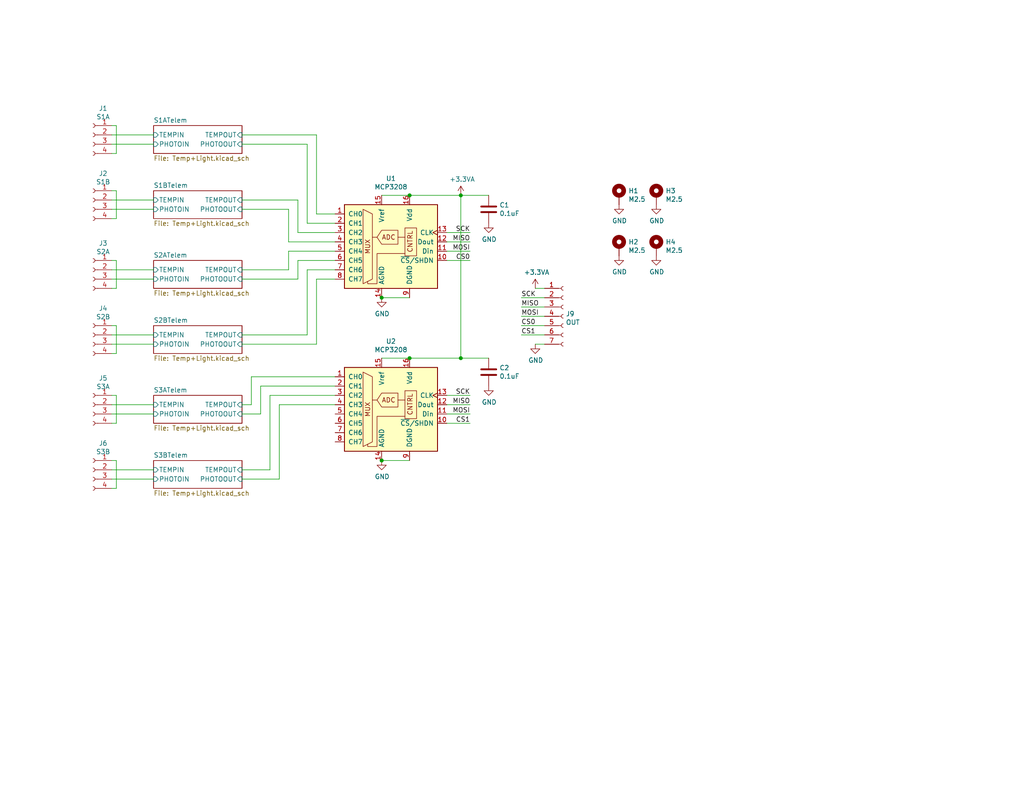
<source format=kicad_sch>
(kicad_sch (version 20211123) (generator eeschema)
  (paper "USLetter")
  (title_block (title "TJ Custom EPS") (rev "0.1") (company "TJHSST Nanosatellite Club") (comment 1 "Reads solar panel telemetry") (comment 2 "Designed for Temperature + Light Sensor") (comment 3 "Exists on a separate board, swappable to be compatible with other panels") (comment 4 "Engineer: Alan Hsu"))
  (lib_symbols
    (symbol "Analog_ADC:MCP3208" (pin_names (offset 1.016))
      (property "Reference" "U" (at -5.08 13.335 0))
      (property "Value" "MCP3208" (at -5.08 11.43 0))
      (symbol "MCP3208_0_0"
        (text "ADC" (at -0.635 1.27 0) (effects (font (size 1.27 1.27))))
        (text "CNTRL" (at 5.969 -2.921 900) (effects (font (size 1.27 1.27)) (justify left bottom)))
        (text "MUX" (at -6.35 -1.27 900) (effects (font (size 1.27 1.27))))
      )
      (symbol "MCP3208_0_1"
        (polyline (pts (xy -3.81 1.27) (xy -5.08 1.27)))
        (polyline (pts (xy 1.905 1.27) (xy 3.81 1.27)))
        (polyline (pts (xy -7.62 8.89) (xy -7.62 -11.43) (xy -5.08 -10.16) (xy -5.08 7.62) (xy -7.62 8.89)))
        (polyline (pts (xy 3.81 -3.175) (xy -3.81 -3.175) (xy -3.81 -11.43) (xy -6.35 -11.43) (xy -6.35 -10.795)))
        (polyline (pts (xy 1.905 3.175) (xy 1.905 -0.635) (xy -2.54 -0.635) (xy -3.81 1.27) (xy -2.54 3.175) (xy 1.905 3.175)))
        (rectangle (start 3.81 -3.81) (end 6.985 3.81))
        (rectangle (start 12.7 -12.7) (end -12.7 10.16) (stroke (width 0.254)) (fill (type background)))
      )
      (symbol "MCP3208_1_1"
        (pin input line (at -15.24 7.62 0) (length 2.54) (name "CH0") (number "1"))
        (pin input line (at 15.24 -5.08 180) (length 2.54) (name "~{CS}/SHDN") (number "10"))
        (pin input line (at 15.24 -2.54 180) (length 2.54) (name "Din") (number "11"))
        (pin output line (at 15.24 0 180) (length 2.54) (name "Dout") (number "12"))
        (pin input clock (at 15.24 2.54 180) (length 2.54) (name "CLK") (number "13"))
        (pin power_in line (at -2.54 -15.24 90) (length 2.54) (name "AGND") (number "14"))
        (pin power_in line (at -2.54 12.7 270) (length 2.54) (name "Vref") (number "15"))
        (pin power_in line (at 5.08 12.7 270) (length 2.54) (name "Vdd") (number "16"))
        (pin input line (at -15.24 5.08 0) (length 2.54) (name "CH1") (number "2"))
        (pin input line (at -15.24 2.54 0) (length 2.54) (name "CH2") (number "3"))
        (pin input line (at -15.24 0 0) (length 2.54) (name "CH3") (number "4"))
        (pin input line (at -15.24 -2.54 0) (length 2.54) (name "CH4") (number "5"))
        (pin input line (at -15.24 -5.08 0) (length 2.54) (name "CH5") (number "6"))
        (pin input line (at -15.24 -7.62 0) (length 2.54) (name "CH6") (number "7"))
        (pin input line (at -15.24 -10.16 0) (length 2.54) (name "CH7") (number "8"))
        (pin power_in line (at 5.08 -15.24 90) (length 2.54) (name "DGND") (number "9"))
      )
    )
    (symbol "Connector:Conn_01x04_Female" (pin_names (offset 1.016) hide)
      (property "Reference" "J" (at 0 5.08 0))
      (property "Value" "Conn_01x04_Female" (at 0 -7.62 0))
      (symbol "Conn_01x04_Female_1_1"
        (arc (start 0 -4.572) (mid -0.508 -5.08) (end 0 -5.588) (stroke (width 0.1524)))
        (arc (start 0 -2.032) (mid -0.508 -2.54) (end 0 -3.048) (stroke (width 0.1524)))
        (polyline (pts (xy -1.27 -5.08) (xy -0.508 -5.08)) (stroke (width 0.1524)))
        (polyline (pts (xy -1.27 -2.54) (xy -0.508 -2.54)) (stroke (width 0.1524)))
        (polyline (pts (xy -1.27 0) (xy -0.508 0)) (stroke (width 0.1524)))
        (polyline (pts (xy -1.27 2.54) (xy -0.508 2.54)) (stroke (width 0.1524)))
        (arc (start 0 0.508) (mid -0.508 0) (end 0 -0.508) (stroke (width 0.1524)))
        (arc (start 0 3.048) (mid -0.508 2.54) (end 0 2.032) (stroke (width 0.1524)))
        (pin passive line (at -5.08 2.54 0) (length 3.81) (name "Pin_1") (number "1"))
        (pin passive line (at -5.08 0 0) (length 3.81) (name "Pin_2") (number "2"))
        (pin passive line (at -5.08 -2.54 0) (length 3.81) (name "Pin_3") (number "3"))
        (pin passive line (at -5.08 -5.08 0) (length 3.81) (name "Pin_4") (number "4"))
      )
    )
    (symbol "Connector:Conn_01x07_Female" (pin_names (offset 1.016) hide)
      (property "Reference" "J" (at 0 10.16 0))
      (property "Value" "Conn_01x07_Female" (at 0 -10.16 0))
      (symbol "Conn_01x07_Female_1_1"
        (arc (start 0 -7.112) (mid -0.508 -7.62) (end 0 -8.128) (stroke (width 0.1524)))
        (arc (start 0 -4.572) (mid -0.508 -5.08) (end 0 -5.588) (stroke (width 0.1524)))
        (arc (start 0 -2.032) (mid -0.508 -2.54) (end 0 -3.048) (stroke (width 0.1524)))
        (polyline (pts (xy -1.27 -7.62) (xy -0.508 -7.62)) (stroke (width 0.1524)))
        (polyline (pts (xy -1.27 -5.08) (xy -0.508 -5.08)) (stroke (width 0.1524)))
        (polyline (pts (xy -1.27 -2.54) (xy -0.508 -2.54)) (stroke (width 0.1524)))
        (polyline (pts (xy -1.27 0) (xy -0.508 0)) (stroke (width 0.1524)))
        (polyline (pts (xy -1.27 2.54) (xy -0.508 2.54)) (stroke (width 0.1524)))
        (polyline (pts (xy -1.27 5.08) (xy -0.508 5.08)) (stroke (width 0.1524)))
        (polyline (pts (xy -1.27 7.62) (xy -0.508 7.62)) (stroke (width 0.1524)))
        (arc (start 0 0.508) (mid -0.508 0) (end 0 -0.508) (stroke (width 0.1524)))
        (arc (start 0 3.048) (mid -0.508 2.54) (end 0 2.032) (stroke (width 0.1524)))
        (arc (start 0 5.588) (mid -0.508 5.08) (end 0 4.572) (stroke (width 0.1524)))
        (arc (start 0 8.128) (mid -0.508 7.62) (end 0 7.112) (stroke (width 0.1524)))
        (pin passive line (at -5.08 7.62 0) (length 3.81) (name "Pin_1") (number "1"))
        (pin passive line (at -5.08 5.08 0) (length 3.81) (name "Pin_2") (number "2"))
        (pin passive line (at -5.08 2.54 0) (length 3.81) (name "Pin_3") (number "3"))
        (pin passive line (at -5.08 0 0) (length 3.81) (name "Pin_4") (number "4"))
        (pin passive line (at -5.08 -2.54 0) (length 3.81) (name "Pin_5") (number "5"))
        (pin passive line (at -5.08 -5.08 0) (length 3.81) (name "Pin_6") (number "6"))
        (pin passive line (at -5.08 -7.62 0) (length 3.81) (name "Pin_7") (number "7"))
      )
    )
    (symbol "Device:C" (pin_numbers hide) (pin_names (offset 0.254))
      (property "Reference" "C" (at 0.635 2.54 0))
      (property "Value" "C" (at 0.635 -2.54 0))
      (symbol "C_0_1"
        (polyline (pts (xy -2.032 -0.762) (xy 2.032 -0.762)) (stroke (width 0.508)))
        (polyline (pts (xy -2.032 0.762) (xy 2.032 0.762)) (stroke (width 0.508)))
      )
      (symbol "C_1_1"
        (pin passive line (at 0 3.81 270) (length 2.794) (name "~") (number "1"))
        (pin passive line (at 0 -3.81 90) (length 2.794) (name "~") (number "2"))
      )
    )
    (symbol "Mechanical:MountingHole_Pad" (pin_numbers hide) (pin_names (offset 1.016) hide)
      (property "Reference" "H" (at 0 6.35 0))
      (property "Value" "MountingHole_Pad" (at 0 4.445 0))
      (symbol "MountingHole_Pad_0_1"
        (circle (center 0 1.27) (radius 1.27) (stroke (width 1.27)))
      )
      (symbol "MountingHole_Pad_1_1"
        (pin input line (at 0 -2.54 90) (length 2.54) (name "1") (number "1"))
      )
    )
    (symbol "power:+3.3VA" (power) (pin_names (offset 0))
      (property "Value" "+3.3VA" (at 0 3.556 0))
      (symbol "+3.3VA_0_1"
        (polyline (pts (xy -0.762 1.27) (xy 0 2.54)))
        (polyline (pts (xy 0 0) (xy 0 2.54)))
        (polyline (pts (xy 0 2.54) (xy 0.762 1.27)))
      )
      (symbol "+3.3VA_1_1"
        (pin power_in line (at 0 0 90) (length 0) hide (name "+3.3VA") (number "1"))
      )
    )
    (symbol "power:GND" (power) (pin_names (offset 0))
      (property "Value" "GND" (at 0 -3.81 0))
      (symbol "GND_0_1"
        (polyline (pts (xy 0 0) (xy 0 -1.27) (xy 1.27 -1.27) (xy 0 -2.54) (xy -1.27 -1.27) (xy 0 -1.27)))
      )
      (symbol "GND_1_1"
        (pin power_in line (at 0 0 270) (length 0) hide (name "GND") (number "1"))
      )
    )
  )
  (junction (at 125.73 53.34))
  (junction (at 111.76 97.79))
  (junction (at 104.14 81.28))
  (junction (at 111.76 53.34))
  (junction (at 125.73 97.79))
  (junction (at 104.14 125.73))
  (wire (pts (xy 41.91 54.61) (xy 30.48 54.61)))
  (wire (pts (xy 66.04 128.27) (xy 73.66 128.27)))
  (wire (pts (xy 73.66 128.27) (xy 73.66 107.95)))
  (wire (pts (xy 66.04 93.98) (xy 86.36 93.98)))
  (wire (pts (xy 91.44 63.5) (xy 81.28 63.5)))
  (wire (pts (xy 125.73 97.79) (xy 133.35 97.79)))
  (wire (pts (xy 71.12 113.03) (xy 71.12 105.41)))
  (wire (pts (xy 125.73 97.79) (xy 111.76 97.79)))
  (wire (pts (xy 30.48 107.95) (xy 31.75 107.95)))
  (wire (pts (xy 31.75 41.91) (xy 30.48 41.91)))
  (wire (pts (xy 31.75 78.74) (xy 30.48 78.74)))
  (wire (pts (xy 68.58 110.49) (xy 68.58 102.87)))
  (wire (pts (xy 121.92 110.49) (xy 128.27 110.49)))
  (wire (pts (xy 31.75 71.12) (xy 31.75 78.74)))
  (wire (pts (xy 30.48 73.66) (xy 41.91 73.66)))
  (wire (pts (xy 121.92 63.5) (xy 128.27 63.5)))
  (wire (pts (xy 66.04 76.2) (xy 81.28 76.2)))
  (wire (pts (xy 31.75 59.69) (xy 30.48 59.69)))
  (wire (pts (xy 66.04 130.81) (xy 76.2 130.81)))
  (wire (pts (xy 68.58 102.87) (xy 91.44 102.87)))
  (wire (pts (xy 104.14 125.73) (xy 111.76 125.73)))
  (wire (pts (xy 86.36 76.2) (xy 91.44 76.2)))
  (wire (pts (xy 30.48 130.81) (xy 41.91 130.81)))
  (wire (pts (xy 81.28 54.61) (xy 66.04 54.61)))
  (wire (pts (xy 125.73 53.34) (xy 125.73 97.79)))
  (wire (pts (xy 30.48 88.9) (xy 31.75 88.9)))
  (wire (pts (xy 125.73 53.34) (xy 133.35 53.34)))
  (wire (pts (xy 31.75 107.95) (xy 31.75 115.57)))
  (wire (pts (xy 31.75 88.9) (xy 31.75 96.52)))
  (wire (pts (xy 31.75 125.73) (xy 31.75 133.35)))
  (wire (pts (xy 31.75 34.29) (xy 31.75 41.91)))
  (wire (pts (xy 148.59 93.98) (xy 146.05 93.98)))
  (wire (pts (xy 121.92 71.12) (xy 128.27 71.12)))
  (wire (pts (xy 30.48 113.03) (xy 41.91 113.03)))
  (wire (pts (xy 31.75 52.07) (xy 31.75 59.69)))
  (wire (pts (xy 30.48 39.37) (xy 41.91 39.37)))
  (wire (pts (xy 41.91 128.27) (xy 30.48 128.27)))
  (wire (pts (xy 83.82 39.37) (xy 83.82 60.96)))
  (wire (pts (xy 30.48 52.07) (xy 31.75 52.07)))
  (wire (pts (xy 148.59 83.82) (xy 142.24 83.82)))
  (wire (pts (xy 121.92 113.03) (xy 128.27 113.03)))
  (wire (pts (xy 111.76 53.34) (xy 104.14 53.34)))
  (wire (pts (xy 78.74 66.04) (xy 91.44 66.04)))
  (wire (pts (xy 78.74 73.66) (xy 66.04 73.66)))
  (wire (pts (xy 104.14 81.28) (xy 111.76 81.28)))
  (wire (pts (xy 31.75 133.35) (xy 30.48 133.35)))
  (wire (pts (xy 66.04 39.37) (xy 83.82 39.37)))
  (wire (pts (xy 121.92 115.57) (xy 128.27 115.57)))
  (wire (pts (xy 81.28 71.12) (xy 91.44 71.12)))
  (wire (pts (xy 83.82 91.44) (xy 66.04 91.44)))
  (wire (pts (xy 66.04 57.15) (xy 78.74 57.15)))
  (wire (pts (xy 121.92 66.04) (xy 128.27 66.04)))
  (wire (pts (xy 81.28 76.2) (xy 81.28 71.12)))
  (wire (pts (xy 31.75 115.57) (xy 30.48 115.57)))
  (wire (pts (xy 30.48 34.29) (xy 31.75 34.29)))
  (wire (pts (xy 30.48 110.49) (xy 41.91 110.49)))
  (wire (pts (xy 66.04 110.49) (xy 68.58 110.49)))
  (wire (pts (xy 83.82 73.66) (xy 83.82 91.44)))
  (wire (pts (xy 71.12 105.41) (xy 91.44 105.41)))
  (wire (pts (xy 148.59 86.36) (xy 142.24 86.36)))
  (wire (pts (xy 30.48 71.12) (xy 31.75 71.12)))
  (wire (pts (xy 91.44 58.42) (xy 86.36 58.42)))
  (wire (pts (xy 66.04 113.03) (xy 71.12 113.03)))
  (wire (pts (xy 91.44 73.66) (xy 83.82 73.66)))
  (wire (pts (xy 31.75 96.52) (xy 30.48 96.52)))
  (wire (pts (xy 146.05 78.74) (xy 148.59 78.74)))
  (wire (pts (xy 86.36 93.98) (xy 86.36 76.2)))
  (wire (pts (xy 148.59 88.9) (xy 142.24 88.9)))
  (wire (pts (xy 86.36 36.83) (xy 66.04 36.83)))
  (wire (pts (xy 30.48 57.15) (xy 41.91 57.15)))
  (wire (pts (xy 83.82 60.96) (xy 91.44 60.96)))
  (wire (pts (xy 30.48 36.83) (xy 41.91 36.83)))
  (wire (pts (xy 73.66 107.95) (xy 91.44 107.95)))
  (wire (pts (xy 125.73 53.34) (xy 111.76 53.34)))
  (wire (pts (xy 121.92 68.58) (xy 128.27 68.58)))
  (wire (pts (xy 148.59 81.28) (xy 142.24 81.28)))
  (wire (pts (xy 76.2 130.81) (xy 76.2 110.49)))
  (wire (pts (xy 30.48 125.73) (xy 31.75 125.73)))
  (wire (pts (xy 41.91 91.44) (xy 30.48 91.44)))
  (wire (pts (xy 76.2 110.49) (xy 91.44 110.49)))
  (wire (pts (xy 81.28 63.5) (xy 81.28 54.61)))
  (wire (pts (xy 148.59 91.44) (xy 142.24 91.44)))
  (wire (pts (xy 30.48 76.2) (xy 41.91 76.2)))
  (wire (pts (xy 78.74 68.58) (xy 78.74 73.66)))
  (wire (pts (xy 121.92 107.95) (xy 128.27 107.95)))
  (wire (pts (xy 30.48 93.98) (xy 41.91 93.98)))
  (wire (pts (xy 78.74 57.15) (xy 78.74 66.04)))
  (wire (pts (xy 86.36 58.42) (xy 86.36 36.83)))
  (wire (pts (xy 111.76 97.79) (xy 104.14 97.79)))
  (wire (pts (xy 91.44 68.58) (xy 78.74 68.58)))
  (label "MOSI" (at 142.24 86.36 0))
  (label "CS0" (at 128.27 71.12 180))
  (label "SCK" (at 142.24 81.28 0))
  (label "SCK" (at 128.27 107.95 180))
  (label "MOSI" (at 128.27 68.58 180))
  (label "MISO" (at 128.27 110.49 180))
  (label "MOSI" (at 128.27 113.03 180))
  (label "MISO" (at 128.27 66.04 180))
  (label "CS1" (at 128.27 115.57 180))
  (label "MISO" (at 142.24 83.82 0))
  (label "CS0" (at 142.24 88.9 0))
  (label "SCK" (at 128.27 63.5 180))
  (label "CS1" (at 142.24 91.44 0))
  (symbol (lib_id "Mechanical:MountingHole_Pad") (at 168.91 53.34 0) (unit 1)
    (property "Reference" "H1" (at 171.45 52.0954 0) (effects (justify left)))
    (property "Value" "M2.5" (at 171.45 54.4068 0) (effects (justify left)))
    (property "Footprint" "MountingHole:MountingHole_2.7mm_M2.5_DIN965_Pad" (effects hide))
  )
  (symbol (lib_id "power:GND") (at 168.91 55.88 0) (unit 1)
    (property "Reference" "#PWR08" (effects hide))
    (property "Value" "GND" (at 169.037 60.2742 0))
  )
  (symbol (lib_id "Mechanical:MountingHole_Pad") (at 179.07 53.34 0) (unit 1)
    (property "Reference" "H3" (at 181.61 52.0954 0) (effects (justify left)))
    (property "Value" "M2.5" (at 181.61 54.4068 0) (effects (justify left)))
    (property "Footprint" "MountingHole:MountingHole_2.7mm_M2.5_DIN965_Pad" (effects hide))
  )
  (symbol (lib_id "power:GND") (at 179.07 55.88 0) (unit 1)
    (property "Reference" "#PWR010" (effects hide))
    (property "Value" "GND" (at 179.197 60.2742 0))
  )
  (symbol (lib_id "Mechanical:MountingHole_Pad") (at 168.91 67.31 0) (unit 1)
    (property "Reference" "H2" (at 171.45 66.0654 0) (effects (justify left)))
    (property "Value" "M2.5" (at 171.45 68.3768 0) (effects (justify left)))
    (property "Footprint" "MountingHole:MountingHole_2.7mm_M2.5_DIN965_Pad" (effects hide))
  )
  (symbol (lib_id "power:GND") (at 168.91 69.85 0) (unit 1)
    (property "Reference" "#PWR09" (effects hide))
    (property "Value" "GND" (at 169.037 74.2442 0))
  )
  (symbol (lib_id "Mechanical:MountingHole_Pad") (at 179.07 67.31 0) (unit 1)
    (property "Reference" "H4" (at 181.61 66.0654 0) (effects (justify left)))
    (property "Value" "M2.5" (at 181.61 68.3768 0) (effects (justify left)))
    (property "Footprint" "MountingHole:MountingHole_2.7mm_M2.5_DIN965_Pad" (effects hide))
  )
  (symbol (lib_id "power:GND") (at 179.07 69.85 0) (unit 1)
    (property "Reference" "#PWR011" (effects hide))
    (property "Value" "GND" (at 179.197 74.2442 0))
  )
  (symbol (lib_id "Analog_ADC:MCP3208") (at 106.68 66.04 0) (unit 1)
    (property "Reference" "U1" (at 106.68 48.7426 0))
    (property "Value" "MCP3208" (at 106.68 51.054 0))
    (property "Footprint" "Package_SO:SO-16_3.9x9.9mm_P1.27mm" (effects hide))
    (property "Datasheet" "http://ww1.microchip.com/downloads/en/DeviceDoc/21298c.pdf" (effects hide))
  )
  (symbol (lib_id "Analog_ADC:MCP3208") (at 106.68 110.49 0) (unit 1)
    (property "Reference" "U2" (at 106.68 93.1926 0))
    (property "Value" "MCP3208" (at 106.68 95.504 0))
    (property "Footprint" "Package_SO:SO-16_3.9x9.9mm_P1.27mm" (effects hide))
    (property "Datasheet" "http://ww1.microchip.com/downloads/en/DeviceDoc/21298c.pdf" (effects hide))
  )
  (symbol (lib_id "power:+3.3VA") (at 125.73 53.34 0) (unit 1)
    (property "Reference" "#PWR03" (effects hide))
    (property "Value" "+3.3VA" (at 126.111 48.9458 0))
  )
  (symbol (lib_id "Device:C") (at 133.35 57.15 0) (unit 1)
    (property "Reference" "C1" (at 136.271 55.9816 0) (effects (justify left)))
    (property "Value" "0.1uF" (at 136.271 58.293 0) (effects (justify left)))
    (property "Footprint" "Capacitor_SMD:C_0805_2012Metric" (effects hide))
  )
  (symbol (lib_id "Device:C") (at 133.35 101.6 0) (unit 1)
    (property "Reference" "C2" (at 136.271 100.4316 0) (effects (justify left)))
    (property "Value" "0.1uF" (at 136.271 102.743 0) (effects (justify left)))
    (property "Footprint" "Capacitor_SMD:C_0805_2012Metric" (effects hide))
  )
  (symbol (lib_id "power:GND") (at 133.35 105.41 0) (unit 1)
    (property "Reference" "#PWR05" (effects hide))
    (property "Value" "GND" (at 133.477 109.8042 0))
  )
  (symbol (lib_id "power:GND") (at 133.35 60.96 0) (unit 1)
    (property "Reference" "#PWR04" (effects hide))
    (property "Value" "GND" (at 133.477 65.3542 0))
  )
  (symbol (lib_id "power:GND") (at 104.14 125.73 0) (unit 1)
    (property "Reference" "#PWR02" (effects hide))
    (property "Value" "GND" (at 104.267 130.1242 0))
  )
  (symbol (lib_id "power:GND") (at 104.14 81.28 0) (unit 1)
    (property "Reference" "#PWR01" (effects hide))
    (property "Value" "GND" (at 104.267 85.6742 0))
  )
  (symbol (lib_id "Connector:Conn_01x07_Female") (at 153.67 86.36 0) (unit 1)
    (property "Reference" "J9" (at 154.3812 85.6996 0) (effects (justify left)))
    (property "Value" "OUT" (at 154.3812 88.011 0) (effects (justify left)))
    (property "Footprint" "Connector_PinSocket_1.27mm:PinSocket_1x07_P1.27mm_Vertical" (effects hide))
  )
  (symbol (lib_id "power:+3.3VA") (at 146.05 78.74 0) (unit 1)
    (property "Reference" "#PWR06" (effects hide))
    (property "Value" "+3.3VA" (at 146.431 74.3458 0))
  )
  (symbol (lib_id "power:GND") (at 146.05 93.98 0) (unit 1)
    (property "Reference" "#PWR07" (effects hide))
    (property "Value" "GND" (at 146.177 98.3742 0))
  )
  (symbol (lib_id "Connector:Conn_01x04_Female") (at 25.4 36.83 0) (mirror y) (unit 1)
    (property "Reference" "J1" (at 28.1432 29.591 0))
    (property "Value" "S1A" (at 28.1432 31.9024 0))
    (property "Footprint" "Connector_Hirose:Hirose_DF13-04P-1.25DSA_1x04_P1.25mm_Vertical" (effects hide))
  )
  (symbol (lib_id "Connector:Conn_01x04_Female") (at 25.4 54.61 0) (mirror y) (unit 1)
    (property "Reference" "J2" (at 28.1432 47.371 0))
    (property "Value" "S1B" (at 28.1432 49.6824 0))
    (property "Footprint" "Connector_Hirose:Hirose_DF13-04P-1.25DSA_1x04_P1.25mm_Vertical" (effects hide))
  )
  (symbol (lib_id "Connector:Conn_01x04_Female") (at 25.4 73.66 0) (mirror y) (unit 1)
    (property "Reference" "J3" (at 28.1432 66.421 0))
    (property "Value" "S2A" (at 28.1432 68.7324 0))
    (property "Footprint" "Connector_Hirose:Hirose_DF13-04P-1.25DSA_1x04_P1.25mm_Vertical" (effects hide))
  )
  (symbol (lib_id "Connector:Conn_01x04_Female") (at 25.4 91.44 0) (mirror y) (unit 1)
    (property "Reference" "J4" (at 28.1432 84.201 0))
    (property "Value" "S2B" (at 28.1432 86.5124 0))
    (property "Footprint" "Connector_Hirose:Hirose_DF13-04P-1.25DSA_1x04_P1.25mm_Vertical" (effects hide))
  )
  (symbol (lib_id "Connector:Conn_01x04_Female") (at 25.4 110.49 0) (mirror y) (unit 1)
    (property "Reference" "J5" (at 28.1432 103.251 0))
    (property "Value" "S3A" (at 28.1432 105.5624 0))
    (property "Footprint" "Connector_Hirose:Hirose_DF13-04P-1.25DSA_1x04_P1.25mm_Vertical" (effects hide))
  )
  (symbol (lib_id "Connector:Conn_01x04_Female") (at 25.4 128.27 0) (mirror y) (unit 1)
    (property "Reference" "J6" (at 28.1432 121.031 0))
    (property "Value" "S3B" (at 28.1432 123.3424 0))
    (property "Footprint" "Connector_Hirose:Hirose_DF13-04P-1.25DSA_1x04_P1.25mm_Vertical" (effects hide))
  )
  (sheet (at 41.91 34.29) (size 24.13 7.62)
    (property "Sheet name" "S1ATelem" (at 41.91 33.5784 0) (effects (justify left bottom)))
    (property "Sheet file" "Temp+Light.kicad_sch" (at 41.91 42.4946 0) (effects (justify left top)))
    (pin "TEMPIN" input (at 41.91 36.83 180))
    (pin "PHOTOIN" input (at 41.91 39.37 180))
    (pin "TEMPOUT" input (at 66.04 36.83 0))
    (pin "PHOTOOUT" input (at 66.04 39.37 0))
  )
  (sheet (at 41.91 52.07) (size 24.13 7.62)
    (property "Sheet name" "S1BTelem" (at 41.91 51.3584 0) (effects (justify left bottom)))
    (property "Sheet file" "Temp+Light.kicad_sch" (at 41.91 60.2746 0) (effects (justify left top)))
    (pin "TEMPIN" input (at 41.91 54.61 180))
    (pin "PHOTOIN" input (at 41.91 57.15 180))
    (pin "TEMPOUT" input (at 66.04 54.61 0))
    (pin "PHOTOOUT" input (at 66.04 57.15 0))
  )
  (sheet (at 41.91 71.12) (size 24.13 7.62)
    (property "Sheet name" "S2ATelem" (at 41.91 70.4084 0) (effects (justify left bottom)))
    (property "Sheet file" "Temp+Light.kicad_sch" (at 41.91 79.3246 0) (effects (justify left top)))
    (pin "TEMPIN" input (at 41.91 73.66 180))
    (pin "PHOTOIN" input (at 41.91 76.2 180))
    (pin "TEMPOUT" input (at 66.04 73.66 0))
    (pin "PHOTOOUT" input (at 66.04 76.2 0))
  )
  (sheet (at 41.91 88.9) (size 24.13 7.62)
    (property "Sheet name" "S2BTelem" (at 41.91 88.1884 0) (effects (justify left bottom)))
    (property "Sheet file" "Temp+Light.kicad_sch" (at 41.91 97.1046 0) (effects (justify left top)))
    (pin "TEMPIN" input (at 41.91 91.44 180))
    (pin "PHOTOIN" input (at 41.91 93.98 180))
    (pin "TEMPOUT" input (at 66.04 91.44 0))
    (pin "PHOTOOUT" input (at 66.04 93.98 0))
  )
  (sheet (at 41.91 107.95) (size 24.13 7.62)
    (property "Sheet name" "S3ATelem" (at 41.91 107.2384 0) (effects (justify left bottom)))
    (property "Sheet file" "Temp+Light.kicad_sch" (at 41.91 116.1546 0) (effects (justify left top)))
    (pin "TEMPIN" input (at 41.91 110.49 180))
    (pin "PHOTOIN" input (at 41.91 113.03 180))
    (pin "TEMPOUT" input (at 66.04 110.49 0))
    (pin "PHOTOOUT" input (at 66.04 113.03 0))
  )
  (sheet (at 41.91 125.73) (size 24.13 7.62)
    (property "Sheet name" "S3BTelem" (at 41.91 125.0184 0) (effects (justify left bottom)))
    (property "Sheet file" "Temp+Light.kicad_sch" (at 41.91 133.9346 0) (effects (justify left top)))
    (pin "TEMPIN" input (at 41.91 128.27 180))
    (pin "PHOTOIN" input (at 41.91 130.81 180))
    (pin "TEMPOUT" input (at 66.04 128.27 0))
    (pin "PHOTOOUT" input (at 66.04 130.81 0))
  )
)
</source>
